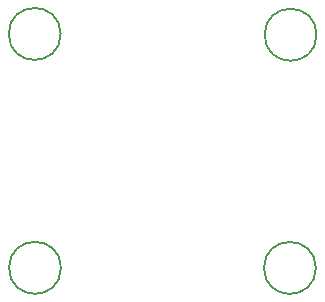
<source format=gbr>
%TF.GenerationSoftware,KiCad,Pcbnew,8.99.0-unknown-f907b58d17~178~ubuntu22.04.1*%
%TF.CreationDate,2024-06-08T22:31:25+05:30*%
%TF.ProjectId,HF-Pre-Amp,48462d50-7265-42d4-916d-702e6b696361,rev?*%
%TF.SameCoordinates,Original*%
%TF.FileFunction,Other,Comment*%
%FSLAX46Y46*%
G04 Gerber Fmt 4.6, Leading zero omitted, Abs format (unit mm)*
G04 Created by KiCad (PCBNEW 8.99.0-unknown-f907b58d17~178~ubuntu22.04.1) date 2024-06-08 22:31:25*
%MOMM*%
%LPD*%
G01*
G04 APERTURE LIST*
%ADD10C,0.150000*%
G04 APERTURE END LIST*
D10*
%TO.C,H1*%
X90050000Y-95630000D02*
G75*
G02*
X85650000Y-95630000I-2200000J0D01*
G01*
X85650000Y-95630000D02*
G75*
G02*
X90050000Y-95630000I2200000J0D01*
G01*
%TO.C,H2*%
X111720000Y-95700000D02*
G75*
G02*
X107320000Y-95700000I-2200000J0D01*
G01*
X107320000Y-95700000D02*
G75*
G02*
X111720000Y-95700000I2200000J0D01*
G01*
%TO.C,H3*%
X90080000Y-115430000D02*
G75*
G02*
X85680000Y-115430000I-2200000J0D01*
G01*
X85680000Y-115430000D02*
G75*
G02*
X90080000Y-115430000I2200000J0D01*
G01*
%TO.C,H4*%
X111660000Y-115440000D02*
G75*
G02*
X107260000Y-115440000I-2200000J0D01*
G01*
X107260000Y-115440000D02*
G75*
G02*
X111660000Y-115440000I2200000J0D01*
G01*
%TD*%
M02*

</source>
